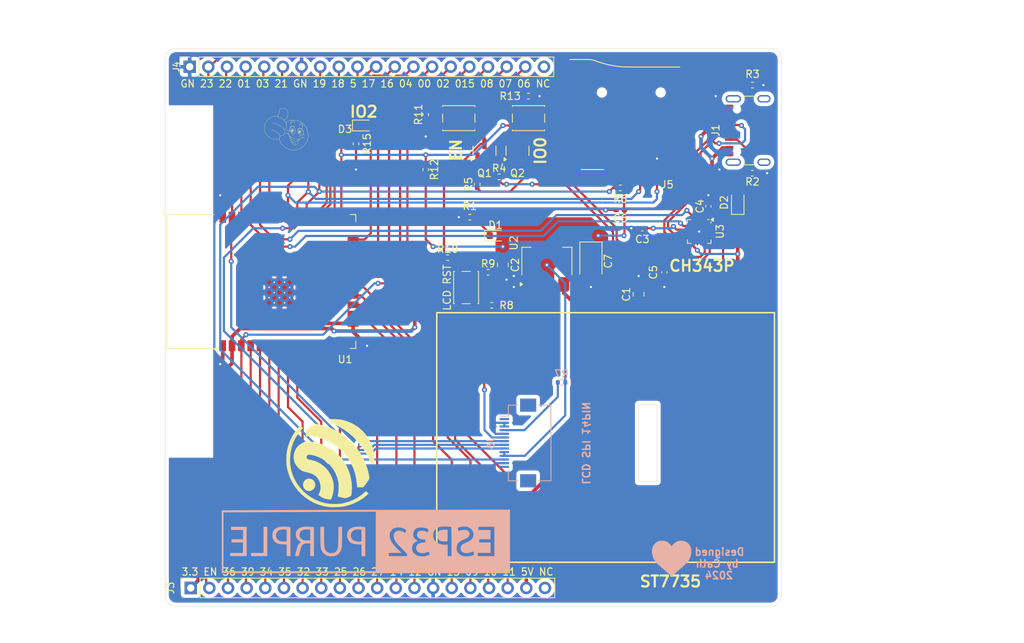
<source format=kicad_pcb>
(kicad_pcb (version 20240108) (generator "pcbnew") (generator_version "8.0")
  (layers (0 "F.Cu" signal) (31 "B.Cu" power) (34 "B.Paste" user) (35 "F.Paste" user) (36 "B.SilkS" user "B.Silkscreen") (37 "F.SilkS" user "F.Silkscreen") (38 "B.Mask" user) (39 "F.Mask" user) (44 "Edge.Cuts" user))
  (net 0 "")
  (net 1 "GND")
  (net 2 "+3.3V")
  (net 3 "Net-(U3-V3)")
  (net 4 "VBUS")
  (net 5 "/PWR_LED_K")
  (net 7 "USB_D+")
  (net 10 "USB_D-")
  (net 12 "Net-(J1-CC2)")
  (net 13 "Net-(J1-CC1)")
  (net 16 "/LED+")
  (net 17 "IO21")
  (net 18 "IO36")
  (net 19 "IO35")
  (net 20 "IO33")
  (net 21 "IO25")
  (net 22 "IO13")
  (net 23 "IO32")
  (net 24 "IO9")
  (net 25 "IO34")
  (net 26 "IO12")
  (net 27 "IO10")
  (net 28 "EN")
  (net 29 "IO11")
  (net 31 "IO39")
  (net 32 "IO14")
  (net 33 "IO27")
  (net 34 "IO15")
  (net 35 "IO16")
  (net 36 "IO8")
  (net 37 "IO4")
  (net 38 "IO17")
  (net 40 "IO0")
  (net 41 "IO2")
  (net 42 "IO7")
  (net 43 "IO18")
  (net 44 "IO6")
  (net 45 "IO23")
  (net 46 "IO3")
  (net 47 "IO19")
  (net 48 "IO1")
  (net 49 "Net-(Q1-B)")
  (net 50 "RTS")
  (net 51 "DTR")
  (net 52 "Net-(Q2-B)")
  (net 59 "5V_LINE")
  (net 63 "LCD_RST")
  (net 64 "DC")
  (net 65 "IO22")
  (net 66 "CS")
  (net 68 "Net-(R9-Pad1)")
  (net 69 "Net-(R11-Pad1)")
  (net 70 "Net-(R13-Pad1)")
  (net 72 "Net-(D3-K)")
  (footprint "Diode_SMD:D_SOD-323" (layer "F.Cu") (at 148 66.5 90)
    (property "Reference" "D2")
    (property "Value" "1N5819WS")
  )
  (footprint "Resistor_SMD:R_0402_1005Metric" (layer "F.Cu") (at 114.5 80.5 180)
    (property "Reference" "R8")
    (property "Value" "5.1k")
  )
  (footprint "Connector_USB:USB_C_Receptacle_GCT_USB4105-xx-A_16P_TopMnt_Horizontal" (layer "F.Cu") (at 150.5 56.68 90)
    (property "Reference" "J1")
    (property "Value" "USB_C_Receptacle_USB2.0_16P")
  )
  (footprint "Connector_PinSocket_2.54mm:PinSocket_1x20_P2.54mm_Vertical" (layer "F.Cu") (at 73.48 119 90)
    (property "Reference" "J3")
    (property "Value" "Conn_01x20_Socket")
  )
  (footprint "Button_Switch_SMD:SW_SPST_PTS810" (layer "F.Cu") (at 110 55 180)
    (property "Reference" "SW2" (hide yes))
    (property "Value" "SW_Push")
  )
  (footprint "Resistor_SMD:R_0402_1005Metric" (layer "F.Cu") (at 105.5 54.5 -90)
    (property "Reference" "R11" (hide yes))
    (property "Value" "470")
  )
  (footprint "Resistor_SMD:R_0402_1005Metric" (layer "F.Cu") (at 119.5 52)
    (property "Reference" "R13")
    (property "Value" "470")
  )
  (footprint "footprints:SUNTECH_ST-TF-003A" (layer "F.Cu") (at 133.82 56.67 180)
    (property "Reference" "J5")
    (property "Value" "Micro_SD_Card")
  )
  (footprint "Capacitor_SMD:C_0402_1005Metric" (layer "F.Cu") (at 144 67 90)
    (property "Reference" "C4")
    (property "Value" "1uF")
  )
  (footprint "Resistor_SMD:R_0402_1005Metric" (layer "F.Cu") (at 132 64.5)
    (property "Reference" "R6")
    (property "Value" "1K")
  )
  (footprint "Package_TO_SOT_SMD:SOT-23" (layer "F.Cu") (at 118 59.4375 90)
    (property "Reference" "Q2")
    (property "Value" "BC817")
  )
  (footprint "Resistor_SMD:R_0402_1005Metric" (layer "F.Cu") (at 108.49 74)
    (property "Reference" "R10")
    (property "Value" "10K")
  )
  (footprint "Capacitor_SMD:C_0402_1005Metric" (layer "F.Cu") (at 135 70 180)
    (property "Reference" "C3")
    (property "Value" "0.1uF")
  )
  (footprint "Resistor_SMD:R_0402_1005Metric" (layer "F.Cu") (at 114 76)
    (property "Reference" "R9")
    (property "Value" "470")
  )
  (footprint "Capacitor_SMD:C_0805_2012Metric" (layer "F.Cu") (at 134.5 79 90)
    (property "Reference" "C1")
    (property "Value" "22uF")
  )
  (footprint "Resistor_SMD:R_0402_1005Metric" (layer "F.Cu") (at 111.5 68.5 180)
    (property "Reference" "R1")
    (property "Value" "1.5k")
  )
  (footprint "LED_SMD:LED_0603_1608Metric" (layer "F.Cu") (at 97 56)
    (property "Reference" "D3")
    (property "Value" "LED")
  )
  (footprint "Resistor_SMD:R_0402_1005Metric" (layer "F.Cu") (at 105.5 62 -90)
    (property "Reference" "R12")
    (property "Value" "10K")
  )
  (footprint "LOGO" (layer "F.Cu") (at 86.5 56.5)
    (property "Reference" "G***" (hide yes))
    (property "Value" "LOGO" (hide yes))
  )
  (footprint "Resistor_SMD:R_0402_1005Metric" (layer "F.Cu") (at 150 62.5 180)
    (property "Reference" "R2")
    (property "Value" "5.1k")
  )
  (footprint "Button_Switch_SMD:SW_SPST_PTS810" (layer "F.Cu") (at 119.5 55 180)
    (property "Reference" "SW3" (hide yes))
    (property "Value" "SW_Push")
  )
  (footprint "RF_Module:ESP32-WROOM-32D" (layer "F.Cu") (at 86.09 77.25 90)
    (property "Reference" "U1")
    (property "Value" "ESP32-WROOM-32D")
  )
  (footprint "Resistor_SMD:R_0402_1005Metric" (layer "F.Cu") (at 96 58.5 -90)
    (property "Reference" "R15")
    (property "Value" "470")
  )
  (footprint "Resistor_SMD:R_0402_1005Metric" (layer "F.Cu") (at 150 50.5)
    (property "Reference" "R3")
    (property "Value" "5.1k")
  )
  (footprint "Package_TO_SOT_SMD:SOT-23" (layer "F.Cu") (at 113.5 59.4375 90)
    (property "Reference" "Q1")
    (property "Value" "BC817")
  )
  (footprint "Capacitor_SMD:C_0402_1005Metric_Pad0.74x0.62mm_HandSolder" (layer "F.Cu") (at 132 67.5 180)
    (property "Reference" "C6")
    (property "Value" "100nF")
  )
  (footprint "Resistor_SMD:R_0402_1005Metric" (layer "F.Cu") (at 112.5 64 90)
    (property "Reference" "R5")
    (property "Value" "10K")
  )
  (footprint "Capacitor_SMD:C_0805_2012Metric" (layer "F.Cu") (at 116 75 -90)
    (property "Reference" "C2")
    (property "Value" "22uF")
  )
  (footprint "Button_Switch_SMD:SW_SPST_PTS810" (layer "F.Cu") (at 111 78.075 90)
    (property "Reference" "LCD RST")
    (property "Value" "SW_Push")
  )
  (footprint "Resistor_SMD:R_0402_1005Metric" (layer "F.Cu") (at 115.5 63)
    (property "Reference" "R4")
    (property "Value" "10K")
  )
  (footprint "Capacitor_Tantalum_SMD:CP_EIA-3528-15_AVX-H_Pad1.50x2.35mm_HandSolder" (layer "F.Cu") (at 128 74.5 -90)
    (property "Reference" "C7")
    (property "Value" "100uF 6.3V")
  )
  (footprint "LED_SMD:LED_0603_1608Metric" (layer "F.Cu") (at 115 71)
    (property "Reference" "D1")
    (property "Value" "LED")
  )
  (footprint "Package_DFN_QFN:TQFN-16-1EP_3x3mm_P0.5mm_EP1.6x1.6mm" (layer "F.Cu") (at 142.75 70.4375 -90)
    (property "Reference" "U3")
    (property "Value" "CH343P")
  )
  (footprint "footprints:espressif" (layer "F.Cu") (at 92.5 102)
    (property "Reference" "G***" (hide yes))
    (property "Value" "LOGO" (hide yes))
  )
  (footprint "Capacitor_SMD:C_0402_1005Metric" (layer "F.Cu") (at 138 76 90)
    (property "Reference" "C5")
    (property "Value" "1uF")
  )
  (footprint "Connector_PinSocket_2.54mm:PinSocket_1x20_P2.54mm_Vertical" (layer "F.Cu") (at 73.34 48 90)
    (property "Reference" "J4")
    (property "Value" "Conn_01x20_Socket")
  )
  (footprint "Package_TO_SOT_SMD:SOT-223-3_TabPin2" (layer "F.Cu") (at 122 74.5 90)
    (property "Reference" "U2")
    (property "Value" "AMS1117-3.3")
  )
  (footprint "Resistor_SMD:R_0402_1005Metric" (layer "B.Cu") (at 124 91 180)
    (property "Reference" "R7")
    (property "Value" "7.5R")
  )
  (footprint "Connector_FFC-FPC:Hirose_FH12-14S-0.5SH_1x14-1MP_P0.50mm_Horizontal" (layer "B.Cu") (at 118.05 99.25 -90)
    (property "Reference" "J6")
    (property "Value" "5034801400")
  )
  (footprint "footprints:esp32_purple" (layer "B.Cu") (at 97.5 113 180)
    (property "Reference" "G***" (hide yes))
    (property "Value" "LOGO" (hide yes))
  )
  (footprint "LOGO" (layer "B.Cu") (at 139 115 180)
    (property "Reference" "G***" (hide yes))
    (property "Value" "LOGO" (hide yes))
  )
  (gr_line (start 107 81.5) (end 107 115.5) (stroke (width 0.2)) (layer "F.SilkS"))
  (gr_line (start 107 115.5) (end 153 115.5) (stroke (width 0.2)) (layer "F.SilkS"))
  (gr_line (start 153 81.5) (end 107 81.5) (stroke (width 0.2)) (layer "F.SilkS"))
  (gr_line (start 153 115.5) (end 153 81.5) (stroke (width 0.2)) (layer "F.SilkS"))
  (gr_arc (start 153.93934 120) (mid 153.5 121.06066) (end 152.43934 121.5) (stroke (width 0.05)) (layer "Edge.Cuts"))
  (gr_line (start 152.43934 121.5) (end 71.499999 121.5) (stroke (width 0.05)) (layer "Edge.Cuts"))
  (gr_arc (start 70 47) (mid 70.43934 45.93934) (end 71.5 45.5) (stroke (width 0.05)) (layer "Edge.Cuts"))
  (gr_line (start 134.5 104.5) (end 137 104.5) (stroke (width 0.05)) (layer "Edge.Cuts"))
  (gr_line (start 71.5 45.5) (end 152.43934 45.5) (stroke (width 0.05)) (layer "Edge.Cuts"))
  (gr_line (start 69.999999 120) (end 69.999999 47) (stroke (width 0.05)) (layer "Edge.Cuts"))
  (gr_line (start 134.5 94) (end 134.5 104.5) (stroke (width 0.05)) (layer "Edge.Cuts"))
  (gr_arc (start 152.43934 45.5) (mid 153.5 45.93934) (end 153.93934 47) (stroke (width 0.05)) (layer "Edge.Cuts"))
  (gr_line (start 153.93934 47) (end 153.93934 120) (stroke (width 0.05)) (layer "Edge.Cuts"))
  (gr_line (start 137 94) (end 134.5 94) (stroke (width 0.05)) (layer "Edge.Cuts"))
  (gr_line (start 137 104.5) (end 137 94) (stroke (width 0.05)) (layer "Edge.Cuts"))
  (gr_arc (start 71.499999 121.5) (mid 70.439339 121.06066) (end 69.999999 120) (stroke (width 0.05)) (layer "Edge.Cuts"))
  (gr_text "LCD SPI 14PIN\n\n\n" (at 123.5 105 270) (layer "B.SilkS") (effects (font (size 1 1) (thickness 0.2) (bold yes)) (justify left bottom mirror)))
  (gr_text "Designed \n by Cath\n  2024\n\n" (at 149 119.5 0) (layer "B.SilkS") (effects (font (size 1 1) (thickness 0.2) (bold yes)) (justify left bottom mirror)))
  (gr_text "IO2\n" (at 95 55 0) (layer "F.SilkS") (effects (font (size 1.5 1.5) (thickness 0.3) (bold yes)) (justify left bottom)))
  (gr_text "R11" (at 104.5 54.5 90) (layer "F.SilkS") (effects (font (size 1 1))))
  (gr_text "IO0\n" (at 122 61.5 90) (layer "F.SilkS") (effects (font (size 1.5 1.5) (thickness 0.3) (bold yes)) (justify left bottom)))
  (gr_text "ST7735" (at 134.5 119 0) (layer "F.SilkS") (effects (font (size 1.5 1.5) (thickness 0.3) (bold yes)) (justify left bottom)))
  (gr_text "EN" (at 110.5 61 90) (layer "F.SilkS") (effects (font (size 1.5 1.5) (thickness 0.3) (bold yes)) (justify left bottom)))
  (gr_text "CH343P" (at 138.5 76 0) (layer "F.SilkS") (effects (font (size 1.5 1.5) (thickness 0.3) (bold yes)) (justify left bottom)))
  (gr_text "3.3 EN 36 39 34 35 32 33 25 26 27 14 12 GN 13 09 10 11 5V NC\n\n" (at 72.15 119 0) (layer "F.SilkS") (effects (font (size 1 0.95)) (justify left bottom)))
  (gr_text "GN 23 22 01 03 21 GN 19 18 5 17 16 04 00 02 015 08 07 06 NC\n\n" (at 72 52.5 0) (layer "F.SilkS") (effects (font (size 1 0.95)) (justify left bottom)))
  (segment (start 150.51 62.5) (end 152 62.5) (width 0.3) (layer "F.Cu") (net 1))
  (segment (start 135.8 62.5) (end 135.8 61.2) (width 0.3) (layer "F.Cu") (net 1))
  (segment (start 105.5 55.01) (end 105.5 57.5) (width 0.3) (layer "F.Cu") (net 1))
  (segment (start 136.5 60.5) (end 137 60.5) (width 0.3) (layer "F.Cu") (net 1))
  (segment (start 110.99 68.5) (end 110 68.5) (width 0.3) (layer "F.Cu") (net 1))
  (segment (start 145 52.5) (end 145 52) (width 0.5) (layer "F.Cu") (net 1))
  (segment (start 131.4325 67.5) (end 130 67.5) (width 0.3) (layer "F.Cu") (net 1))
  (segment (start 77.84 65.84) (end 77.5 65.5) (width 0.5) (layer "F.Cu") (net 1))
  (segment (start 77.84 88.16) (end 77.5 88.5) (width 0.5) (layer "F.Cu") (net 1))
  (segment (start 77.84 68.5) (end 77.84 65.84) (width 0.5) (layer "F.Cu") (net 1))
  (segment (start 89.77 82.96) (end 86.96 80.15) (width 0.5) (layer "F.Cu") (net 1))
  (segment (start 77.84 86) (end 77.84 88.16) (width 0.5) (layer "F.Cu") (net 1))
  (segment (start 95.6 82.96) (end 89.77 82.96) (width 0.5) (layer "F.Cu") (net 1))
  (segment (start 146.82 59.88) (end 146.245001 59.88) (width 0.5) (layer "F.Cu") (net 1))
  (segment (start 143 69) (end 143 70.1875) (width 0.3) (layer "F.Cu") (net 1))
  (segment (start 143 70.1875) (end 142.75 70.4375) (width 0.3) (layer "F.Cu") (net 1))
  (segment (start 135.8 61.2) (end 136.5 60.5) (width 0.3) (layer "F.Cu") (net 1))
  (segment (start 144 66.52) (end 144 65.5) (width 0.3) (layer "F.Cu") (net 1))
  (segment (start 145.5 60.625001) (end 145.5 62) (width 0.5) (layer "F.Cu") (net 1))
  (segment (start 146.245001 59.88) (end 145.5 60.625001) (width 0.5) (layer "F.Cu") (net 1))
  (segment (start 96 59.01) (end 96 62) (width 0.3) (layer "F.Cu") (net 1))
  (segment (start 150.51 50.5) (end 151.5 50.5) (width 0.3) (layer "F.Cu") (net 1))
  (segment (start 146.82 53.48) (end 145.98 53.48) (width 0.5) (layer "F.Cu") (net 1))
  (segment (start 134.52 70) (end 133.5 70) (width 0.3) (layer "F.Cu") (net 1))
  (segment (start 128 76.125) (end 128 78) (width 0.5) (layer "F.Cu") (net 1))
  (segment (start 120.01 52) (end 121 52) (width 0.3) (layer "F.Cu") (net 1))
  (segment (start 95.6 84.1) (end 97.5 86) (width 0.5) (layer "F.Cu") (net 1))
  (segment (start 138 76.48) (end 138 78) (width 0.3) (layer "F.Cu") (net 1))
  (segment (start 95.6 82.96) (end 95.6 84.1) (width 0.5) (layer "F.Cu") (net 1))
  (segment (start 134.5 78.05) (end 134.5 76.5) (width 0.5) (layer "F.Cu") (net 1))
  (segment (start 114.51 76) (end 115.95 76) (width 0.3) (layer "F.Cu") (net 1))
  (segment (start 145.98 53.48) (end 145 52.5) (width 0.5) (layer "F.Cu") (net 1))
  (via (at 110 68.5) (size 0.7) (drill 0.3) (layers "F.Cu" "B.Cu") (net 1))
  (via (at 130 67.5) (size 0.7) (drill 0.3) (layers "F.Cu" "B.Cu") (net 1))
  (via (at 144 65.5) (size 0.7) (drill 0.3) (layers "F.Cu" "B.Cu") (net 1))
  (via (at 117.5 76.5) (size 0.7) (drill 0.3) (layers "F.Cu" "B.Cu") (net 1))
  (via (at 133.5 70) (size 0.7) (drill 0.3) (layers "F.Cu" "B.Cu") (net 1))
  (via (at 117.5 78) (size 0.7) (drill 0.3) (layers "F.Cu" "B.Cu") (net 1))
  (via (at 152 62.5) (size 0.7) (drill 0.3) (layers "F.Cu" "B.Cu") (net 1))
  (via (at 137 60.5) (size 0.7) (drill 0.3) (layers "F.Cu" "B.Cu") (net 1))
  (via (at 121 52) (size 0.7) (drill 0.3) (layers "F.Cu" "B.Cu") (net 1))
  (via (at 128 78) (size 0.7) (drill 0.3) (layers "F.Cu" "B.Cu") (net 1))
  (via (at 151.5 50.5) (size 0.7) (drill 0.3) (layers "F.Cu" "B.Cu") (net 1))
  (via (at 142.75 70.4375) (size 0.7) (drill 0.3) (layers "F.Cu" "B.Cu") (net 1))
  (via (at 105.5 57.5) (size 0.7) (drill 0.3) (layers "F.Cu" "B.Cu") (net 1))
  (via (at 96 62) (size 0.7) (drill 0.3) (layers "F.Cu" "B.Cu") (net 1))
  (via (at 97.5 86) (size 0.7) (drill 0.3) (layers "F.Cu" "B.Cu") (net 1))
  (via (at 134.5 76.5) (size 0.7) (drill 0.3) (layers "F.Cu" "B.Cu") (net 1))
  (via (at 145 52) (size 0.7) (drill 0.3) (layers "F.Cu" "B.Cu") (net 1))
  (via (at 77.5 88.5) (size 0.7) (drill 0.3) (layers "F.Cu" "B.Cu") (net 1))
  (via (at 77.5 65.5) (size 0.7) (drill 0.3) (layers "F.Cu" "B.Cu") (net 1))
  (via (at 116.5 77) (size 0.7) (drill 0.3) (layers "F.Cu" "B.Cu") (net 1))
  (via (at 145.5 62) (size 0.7) (drill 0.3) (layers "F.Cu" "B.Cu") (net 1))
  (via (at 138 78) (size 0.7) (drill 0.3) (layers "F.Cu" "B.Cu") (net 1))
  (segment (start 114.5 96.5) (end 116.5 96.5) (width 0.3) (layer "B.Cu") (net 1))
  (segment (start 115 98) (end 114.5 97.5) (width 0.3) (layer "B.Cu") (net 1))
  (segment (start 115 102) (end 114.5 102.5) (width 0.3) (layer "B.Cu") (net 1))
  (segment (start 116.5 102) (end 115 102) (width 0.3) (layer "B.Cu") (net 1))
  (segment (start 114.5 102.5) (end 114.5 103.5) (width 0.3) (layer "B.Cu") (net 1))
  (segment (start 114.5 97.5) (end 114.5 96.5) (width 0.3) (layer "B.Cu") (net 1))
  (segment (start 116.2 96.5) (end 116.2 97) (width 0.3) (layer "B.Cu") (net 1))
  (segment (start 116.5 98) (end 115 98) (width 0.3) (layer "B.Cu") (net 1))
  (segment (start 74.5 104.5) (end 74.5 117.98) (width 0.5) (layer "F.Cu") (net 2))
  (segment (start 132.51 67.4425) (end 132.5675 67.5) (width 0.3) (layer "F.Cu") (net 2))
  (segment (start 79.11 84.75) (end 80.2 83.66) (width 0.5) (layer "F.Cu") (net 2))
  (segment (start 109 75) (end 109 74) (width 0.5) (layer "F.Cu") (net 2))
  (segment (start 132.48 75.5) (end 129.855 72.875) (width 0.3) (layer "F.Cu") (net 2))
  (segment (start 78.5 100.5) (end 74.5 104.5) (width 0.5) (layer "F.Cu") (net 2))
  (segment (start 146 70.477404) (end 146 74.5) (width 0.3) (layer "F.Cu") (net 2))
  (segment (start 132.5675 67.5) (end 132.5675 70.9325) (width 0.3) (layer "F.Cu") (net 2))
  (segment (start 120.5 80.5) (end 122 79) (width 0.3) (layer "F.Cu") (net 2))
  (segment (start 79.11 86) (end 79.11 84.75) (width 0.5) (layer "F.Cu") (net 2))
  (segment (start 143.5 69) (end 144.522596 69) (width 0.3) (layer "F.Cu") (net 2))
  (segment (start 109 74) (end 109.05 74.05) (width 0.5) (layer "F.Cu") (net 2))
  (segment (start 80.2 83.66) (end 92.66 83.66) (width 0.5) (layer "F.Cu") (net 2))
  (segment (start 132.5675 70.9325) (end 132.5 71) (width 0.3) (layer "F.Cu") (net 2))
  (segment (start 144.522596 69) (end 146 70.477404) (width 0.3) (layer "F.Cu") (net 2))
  (segment (start 78.5 89) (end 78.5 100.5) (width 0.5) (layer "F.Cu") (net 2))
  (segment (start 79.11 86) (end 79.11 88.39) (width 0.5) (layer "F.Cu") (net 2))
  (segment (start 105.5 71.5) (end 106.5 72.5) (width 0.3) (layer "F.Cu") (net 2))
  (segment (start 132.51 64.5) (end 132.51 67.4425) (width 0.3) (layer "F.Cu") (net 2))
  (segment (start 104 80) (end 109 75) (width 0.5) (layer "F.Cu") (net 2))
  (segment (start 133.6 63.41) (end 133.6 62.5) (width 0.3) (layer "F.Cu") (net 2))
  (segment (start 104 83.5) (end 104 80) (width 0.5) (layer "F.Cu") (net 2))
  (segment (start 74.5 117.98) (end 73.48 119) (width 0.5) (layer "F.Cu") (net 2))
  (segment (start 105.5 62.51) (end 105.5 71.5) (width 0.3) (layer "F.Cu") (net 2))
  (segment (start 145 75.5) (end 132.48 75.5) (width 0.3) (layer "F.Cu") (net 2))
  (segment (start 109.05 74.05) (end 116 74.05) (width 0.5) (layer "F.Cu") (net 2))
  (segment (start 122 79) (end 122 77.65) (width 0.3) (layer "F.Cu") (net 2))
  (segment (start 146 74.5) (end 145 75.5) (width 0.3) (layer "F.Cu") (net 2))
  (segment (start 115.01 80.5) (end 120.5 80.5) (width 0.3) (layer "F.Cu") (net 2))
  (segment (start 129.855 72.875) (end 128 72.875) (width 0.3) (layer "F.Cu") (net 2))
  (segment (start 79.11 88.39) (end 78.5 89) (width 0.5) (layer "F.Cu") (net 2))
  (segment (start 132.51 64.5) (end 133.6 63.41) (width 0.3) (layer "F.Cu") (net 2))
  (segment (start 92.66 83.66) (end 93 84) (width 0.5) (layer "F.Cu") (net 2))
  (via (at 132.5 71) (size 0.7) (drill 0.3) (layers "F.Cu" "B.Cu") (net 2))
  (via (at 116 72.5) (size 0.7) (drill 0.3) (layers "F.Cu" "B.Cu") (net 2))
  (via (at 104 83.5) (size 0.7) (drill 0.3) (layers "F.Cu" "B.Cu") (net 2))
  (via (at 122 75) (size 0.7) (drill 0.3) (layers "F.Cu" "B.Cu") (net 2))
  (via (at 106.5 72.5) (size 0.7) (drill 0.3) (layers "F.Cu" "B.Cu") (net 2))
  (via (at 93 84) (size 0.7) (drill 0.3) (layers "F.Cu" "B.Cu") (net 2))
  (via (at 129 71) (size 0.7) (drill 0.3) (layers "F.Cu" "B.Cu") (net 2))
  (segment (start 119 101) (end 124.5 95.5) (width 0.3) (layer "B.Cu") (net 2))
  (segment (start 93 84) (end 103.5 84) (width 0.5) (layer "B.Cu") (net 2))
  (segment (start 116.2 101) (end 119 101) (width 0.3) (layer "B.Cu") (net 2))
  (segment (start 124.5 95.5) (end 124.5 77.5) (width 0.3) (layer "B.Cu") (net 2))
  (segment (start 103.5 84) (end 104 83.5) (width 0.5) (layer "B.Cu") (net 2))
  (segment (start 106.5 72.5) (end 116 72.5) (width 0.3) (layer "B.Cu") (net 2))
  (segment (start 116.2 100.5) (end 116.2 101) (width 0.3) (layer "B.Cu") (net 2))
  (segment (start 129 71) (end 132.5 71) (width 0.3) (layer "B.Cu") (net 2))
  (segment (start 124.5 77.5) (end 122 75) (width 0.3) (layer "B.Cu") (net 2))
  (segment (start 141.3125 70.1875) (end 139.675673 70.1875) (width 0.3) (layer "F.Cu") (net 3))
  (segment (start 139.675673 70.1875) (end 139.238173 69.75) (width 0.3) (layer "F.Cu") (net 3))
  (segment (start 135.48 70) (end 136.5 70) (width 0.3) (layer "F.Cu") (net 3))
  (via (at 139.238173 69.75) (size 0.7) (drill 0.3) (layers "F.Cu" "B.Cu") (net 3))
  (via (at 136.5 70) (size 0.7) (drill 0.3) (layers "F.Cu" "B.Cu") (net 3))
  (segment (start 139.238173 69.75) (end 138.988173 70) (width 0.3) (layer "B.Cu") (net 3))
  (segment (start 138.988173 70) (end 136.5 70) (width 0.3) (layer "B.Cu") (net 3))
  (segment (start 143 57.430458) (end 146.150458 54.28) (width 0.5) (layer "F.Cu") (net 4))
  (segment (start 143 57.5) (end 143 57.430458) (width 0.5) (layer "F.Cu") (net 4))
  (segment (start 145.92 59.08) (end 146.82 59.08) (width 0.5) (layer "F.Cu") (net 4))
  (segment (start 144.5 60.5) (end 145.92 59.08) (width 0.5) (layer "F.Cu") (net 4))
  (segment (start 145.95 65.45) (end 144.5 64) (width 0.5) (layer "F.Cu") (net 4))
  (segment (start 146.150458 54.28) (end 146.82 54.28) (width 0.5) (layer "F.Cu") (net 4))
  (segment (start 144.5 64) (end 144.5 60.5) (width 0.5) (layer "F.Cu") (net 4))
  (segment (start 148 65.45) (end 145.95 65.45) (width 0.5) (layer "F.Cu") (net 4))
  (via (at 144.5 60.5) (size 0.7) (drill 0.3) (layers "F.Cu" "B.Cu") (net 4))
  (via (at 143 57.5) (size 0.7) (drill 0.3) (layers "F.Cu" "B.Cu") (net 4))
  (segment (start 143 59) (end 143 57.5) (width 0.5) (layer "B.Cu") (net 4))
  (segment (start 144.5 60.5) (end 143 59) (width 0.5) (layer "B.Cu") (net 4))
  (segment (start 114.2125 70.7025) (end 114.2125 71) (width 0.3) (layer "F.Cu") (net 5))
  (segment (start 112.01 68.5) (end 114.2125 70.7025) (width 0.3) (layer "F.Cu") (net 5))
  (segment (start 142.92929 59.707106) (end 142.92929 64.707106) (width 0.3) (layer "F.Cu") (net 7))
  (segment (start 145.706396 56.93) (end 144.568198 58.068198) (width 0.3) (layer "F.Cu") (net 7))
  (segment (start 148.5 56) (end 148.43 55.93) (width 0.3) (layer "F.Cu") (net 7))
  (segment (start 138.5 70.001777) (end 139.185723 70.6875) (width 0.3) (layer "F.Cu") (net 7))
  (segment (start 144.568198 58.068198) (end 142.92929 59.707106) (width 0.3) (layer "F.Cu") (net 7))
  (segment (start 139.185723 70.6875) (end 141.3125 70.6875) (width 0.3) (layer "F.Cu") (net 7))
  (segment (start 138.5 69.136396) (end 138.5 70.001777) (width 0.3) (layer "F.Cu") (net 7))
  (segment (start 145.706396 56.93) (end 146.82 56.93) (width 0.3) (layer "F.Cu") (net 7))
  (segment (start 145.450792 58.432046) (end 144.932046 58.432046) (width 0.3) (layer "F.Cu") (net 7))
  (segment (start 148.43 55.93) (end 146.82 55.93) (width 0.3) (layer "F.Cu") (net 7))
  (segment (start 142.92929 64.707106) (end 138.5 69.136396) (width 0.3) (layer "F.Cu") (net 7))
  (segment (start 144.932046 58.432046) (end 144.568198 58.068198) (width 0.3) (layer "F.Cu") (net 7))
  (via (at 145.450792 58.432046) (size 0.7) (drill 0.3) (layers "F.Cu" "B.Cu") (net 7))
  (via (at 148.5 56) (size 0.7) (drill 0.3) (layers "F.Cu" "B.Cu") (net 7))
  (segment (start 149 56.5) (end 148.5 56) (width 0.3) (layer "B.Cu") (net 7))
  (segment (start 149 58) (end 149 56.5) (width 0.3) (layer "B.Cu") (net 7))
  (segment (start 148.567954 58.432046) (end 149 58) (width 0.3) (layer "B.Cu") (net 7))
  (segment (start 145.450792 58.432046) (end 148.567954 58.432046) (width 0.3) (layer "B.Cu") (net 7))
  (segment (start 142.42929 59.5) (end 145.49929 56.43) (width 0.3) (layer "F.Cu") (net 10))
  (segment (start 141.3125 71.1875) (end 138.6875 71.1875) (width 0.3) (layer "F.Cu") (net 10))
  (segment (start 147.49812 56.43) (end 146.82 56.43) (width 0.3) (layer "F.Cu") (net 10))
  (segment (start 147.49812 57.43) (end 147.745 57.18312) (width 0.3) (layer "F.Cu") (net 10))
  (segment (start 138 70.5) (end 138 68.92929) (width 0.3) (layer "F.Cu") (net 10))
  (segment (start 142.42929 64.5) (end 142.42929 59.5) (width 0.3) (layer "F.Cu") (net 10))
  (segment (start 147.745 56.67688) (end 147.49812 56.43) (width 0.3) (layer "F.Cu") (net 10))
  (segment (start 147.745 57.18312) (end 147.745 56.67688) (width 0.3) (layer "F.Cu") (net 10))
  (segment (start 146.82 57.43) (end 147.49812 57.43) (width 0.3) (layer "F.Cu") (net 10))
  (segment (start 145.49929 56.43) (end 146.82 56.43) (width 0.3) (layer "F.Cu") (net 10))
  (segment (start 138 68.92929) (end 142.42929 64.5) (width 0.3) (layer "F.Cu") (net 10))
  (segment (start 138.6875 71.1875) (end 138 70.5) (width 0.3) (layer "F.Cu") (net 10))
  (segment (start 146.82 54.93) (end 148.07 54.93) (width 0.3) (layer "F.Cu") (net 12))
  (segment (start 149.49 53.51) (end 149.49 50.5) (width 0.3) (layer "F.Cu") (net 12))
  (segment (start 148.07 54.93) (end 149.49 53.51) (width 0.3) (layer "F.Cu") (net 12))
  (segment (start 147.93 57.93) (end 149.49 59.49) (width 0.3) (layer "F.Cu") (net 13))
  (segment (start 149.49 59.49) (end 149.49 62.5) (width 0.3) (layer "F.Cu") (net 13))
  (segment (start 146.82 57.93) (end 147.93 57.93) (width 0.3) (layer "F.Cu") (net 13))
  (segment (start 118.960008 97.5) (end 123.49 92.970009) (width 0.3) (layer "B.Cu") (net 16))
  (segment (start 123.49 91) (end 123.49 92.970009) (width 0.3) (layer "B.Cu") (net 16))
  (segment (start 116.5 97.5) (end 118.960008 97.5) (width 0.3) (layer "B.Cu") (net 16))
  (segment (start 84.19 61.65) (end 85.92 59.92) (width 0.3) (layer "F.Cu") (net 17))
  (segment (start 85.92 48.12) (end 86.04 48) (width 0.3) (layer "F.Cu") (net 17))
  (segment (start 84.19 68.5) (end 84.19 61.65) (width 0.3) (layer "F.Cu") (net 17))
  (segment (start 85.92 59.92) (end 85.92 48.12) (width 0.3) (layer "F.Cu") (net 17))
  (segment (start 81.65 101.69) (end 78.56 104.78) (width 0.3) (layer "F.Cu") (net 18))
  (segment (start 78.56 104.78) (end 78.56 119) (width 0.3) (layer "F.Cu") (net 18))
  (segment (start 81.65 86) (end 81.65 101.69) (width 0.3) (layer "F.Cu") (net 18))
  (segment (start 85.46 95.96) (end 86.18 96.68) (width 0.3) (layer "F.Cu") (net 19))
  (segment (start 85.46 86) (end 85.46 95.96) (width 0.3) (layer "F.Cu") (net 19))
  (segment (start 86.18 96.68) (end 86.18 119) (width 0.3) (layer "F.Cu") (net 19))
  (segment (start 88 93.08) (end 91.26 96.34) (width 0.3) (layer "F.Cu") (net 20))
  (segment (start 88 86) (end 88 93.08) (width 0.3) (layer "F.Cu") (net 20))
  (segment (start 91.26 96.34) (end 91.26 119) (width 0.3) (layer "F.Cu") (net 20))
  (segment (start 89.27 91.81) (end 93.8 96.34) (width 0.3) (layer "F.Cu") (net 21))
  (segment (start 89.27 86) (end 89.27 91.81) (width 0.3) (layer "F.Cu") (net 21))
  (segment (start 93.8 96.34) (end 93.8 119) (width 0.3) (layer "F.Cu") (net 21))
  (segment (start 95.6 81.69) (end 96.65 81.69) (width 0.3) (layer "F.Cu") (net 22))
  (segment (start 106.5 91.54) (end 106.5 99) (width 0.3) (layer "F.Cu") (net 22))
  (segment (start 96.65 81.69) (end 106.5 91.54) (width 0.3) (layer "F.Cu") (net 22))
  (segment (start 106.5 99) (end 109.04 101.54) (width 0.3) (layer "F.Cu") (net 22))
  (segment (start 109.04 101.54) (end 109.04 119) (width 0.3) (layer "F.Cu") (net 22))
  (segment (start 88.72 96.34) (end 88.72 119) (width 0.3) (layer "F.Cu") (net 23))
  (segment (start 86.73 86) (end 86.73 94.35) (width 0.3) (layer "F.Cu") (net 23))
  (segment (start 86.73 94.35) (end 88.72 96.34) (width 0.3) (layer "F.Cu") (net 23))
  (segment (start 95.6 80.42) (end 96.92 80.42) (width 0.3) (layer "F.Cu") (net 24))
  (segment (start 108.5 92) (end 108.5 98.5) (width 0.3) (layer "F.Cu") (net 24))
  (segment (start 108.5 98.5) (end 111.58 101.58) (width 0.3) (layer "F.Cu") (net 24))
  (segment (start 111.58 101.58) (end 111.58 119) (width 0.3) (layer "F.Cu") (net 24))
  (segment (start 96.92 80.42) (end 108.5 92) (width 0.3) (layer "F.Cu") (net 24))
  (segment (start 84.19 86) (end 84.19 104.81) (width 0.3) (layer "F.Cu") (net 25))
  (segment (start 83.64 105.36) (end 83.64 119) (width 0.3) (layer "F.Cu") (net 25))
  (segment (start 84.19 104.81) (end 83.64 105.36) (width 0.3) (layer "F.Cu") (net 25))
  (segment (start 103.96 95.46) (end 103.96 119) (width 0.3) (layer "F.Cu") (net 26))
  (segment (start 94.5 86) (end 103.96 95.46) (width 0.3) (layer "F.Cu") (net 26))
  (segment (start 94.35 86) (end 94.5 86) (width 0.3) (layer "F.Cu") (net 26))
  (segment (start 95.6 79.15) (end 96.65 79.15) (width 0.3) (layer "F.Cu") (net 27))
  (segment (start 109.5 98.792894) (end 114 103.292894) (width 0.3) (layer "F.Cu") (net 27))
  (segment (start 114 118.88) (end 114.12 119) (width 0.3) (layer "F.Cu") (net 27))
  (segment (start 96.65 79.15) (end 109.5 92) (width 0.3) (layer "F.Cu") (net 27))
  (segment (start 114 103.292894) (end 114 118.88) (width 0.3) (layer "F.Cu") (net 27))
  (segment (start 109.5 92) (end 109.5 98.792894) (width 0.3) (layer "F.Cu") (net 27))
  (segment (start 99 77.5) (end 105.5 77.5) (width 0.3) (layer "F.Cu") (net 28))
  (segment (start 75.575 105.225) (end 75.575 118.555) (width 0.3) (layer "F.Cu") (net 28))
  (segment (start 80.38 86) (end 80.38 85.12) (width 0.3) (layer "F.Cu") (net 28))
  (segment (start 107.925 56.075) (end 112.075 56.075) (width 0.3) (layer "F.Cu") (net 28))
  (segment (start 107.98 63.496238) (end 112.976238 58.5) (width 0.3) (layer "F.Cu") (net 28))
  (segment (start 113.5 58.5) (end 113.5 57.5) (width 0.3) (layer "F.Cu") (net 28))
  (segment (start 105.5 77.5) (end 107.98 75.02) (width 0.3) (layer "F.Cu") (net 28))
  (segment (start 80.38 86) (end 80.38 100.42) (width 0.3) (layer "F.Cu") (net 28))
  (segment (start 75.575 118.555) (end 76.02 119) (width 0.3) (layer "F.Cu") (net 28))
  (segment (start 112.976238 58.5) (end 113.5 58.5) (width 0.3) (layer "F.Cu") (net 28))
  (segment (start 113.5 57.5) (end 112.075 56.075) (width 0.3) (layer "F.Cu") (net 28))
  (segment (start 80.38 100.42) (end 75.575 105.225) (width 0.3) (layer "F.Cu") (net 28))
  (segment (start 80.38 85.12) (end 81 84.5) (width 0.3) (layer "F.Cu") (net 28))
  (segment (start 107.98 75.02) (end 107.98 63.496238) (width 0.3) (layer "F.Cu") (net 28))
  (via (at 99 77.5) (size 0.7) (drill 0.3) (layers "F.Cu" "B.Cu") (net 28))
  (via (at 81 84.5) (size 0.7) (drill 0.3) (layers "F.Cu" "B.Cu") (net 28))
  (segment (start 81 84.5) (end 91.51005 84.5) (width 0.3) (layer "B.Cu") (net 28))
  (segment (start 91.51005 84.5) (end 98.51005 77.5) (width 0.3) (layer "B.Cu") (net 28))
  (segment (start 98.51005 77.5) (end 99 77.5) (width 0.3) (layer "B.Cu") (net 28))
  (segment (start 110.5 92) (end 110.5 97.5) (width 0.3) (layer "F.Cu") (net 29))
  (segment (start 100.5 82) (end 110.5 92) (width 0.3) (layer "F.Cu") (net 29))
  (segment (start 96.88 77.88) (end 100.5 81.5) (width 0.3) (layer "F.Cu") (net 29))
  (segment (start 110.5 97.5) (end 116.66 103.66) (width 0.3) (layer "F.Cu") (net 29))
  (segment (start 95.6 77.88) (end 96.88 77.88) (width 0.3) (layer "F.Cu") (net 29))
  (segment (start 116.66 103.66) (end 116.66 119) (width 0.3) (layer "F.Cu") (net 29))
  (segment (start 100.5 81.5) (end 100.5 82) (width 0.3) (layer "F.Cu") (net 29))
  (segment (start 81 118.9) (end 81.1 119) (width 0.3) (layer "F.Cu") (net 31))
  (segment (start 81 103.047106) (end 81 118.9) (width 0.3) (layer "F.Cu") (net 31))
  (segment (start 82.92 86) (end 82.92 101.127106) (width 0.3) (layer "F.Cu") (net 31))
  (segment (start 82.92 101.127106) (end 81 103.047106) (width 0.3) (layer "F.Cu") (net 31))
  (segment (start 101.5 118.92) (end 101.42 119) (width 0.3) (layer "F.Cu") (net 32))
  (segment (start 93.08 86.63) (end 101.5 95.05) (width 0.3) (layer "F.Cu") (net 32))
  (segment (start 101.5 95.05) (end 101.5 118.92) (width 0.3) (layer "F.Cu") (net 32))
  (segment (start 93.08 86) (end 93.08 86.63) (width 0.3) (layer "F.Cu") (net 32))
  (segment (start 98.88 93.7) (end 98.88 119) (width 0.3) (layer "F.Cu") (net 33))
  (segment (start 91.81 86.63) (end 98.88 93.7) (width 0.3) (layer "F.Cu") (net 33))
  (segment (start 91.81 86) (end 91.81 86.63) (width 0.3) (layer "F.Cu") (net 33))
  (segment (start 99 72.24) (end 99 55) (width 0.3) (layer "F.Cu") (net 34))
  (segment (start 108.72 50.72) (end 111.44 48) (width 0.3) (layer "F.Cu") (net 34))
  (segment (start 98.44 72.8) (end 99 72.24) (width 0.3) (layer "F.Cu") (net 34))
  (segment (start 95.6 72.8) (end 98.44 72.8) (width 0.3) (layer "F.Cu") (net 34))
  (segment (start 103.28 50.72) (end 108.72 50.72) (width 0.3) (layer "F.Cu") (net 34))
  (segment (start 99 55) (end 103.28 50.72) (width 0.3) (layer "F.Cu") (net 34))
  (segment (start 92.5 66.747106) (end 91.81 67.437106) (width 0.3) (layer "F.Cu") (net 35))
  (segment (start 100.08 49.2) (end 98.3 49.2) (width 0.3) (layer "F.Cu") (net 35))
  (segment (start 92.5 55) (end 92.5 66.747106) (width 0.3) (layer "F.Cu") (net 35))
  (segment (start 91.81 67.437106) (end 91.81 68.5) (width 0.3) (layer "F.Cu") (net 35))
  (segment (start 98.3 49.2) (end 92.5 55) (width 0.3) (layer "F.Cu") (net 35))
  (segment (start 101.28 48) (end 100.08 49.2) (width 0.3) (layer "F.Cu") (net 35))
  (segment (start 103.78 51.22) (end 110.76 51.22) (width 0.3) (layer "F.Cu") (net 36))
  (segment (start 100.5 54.5) (end 103.78 51.22) (width 0.3) (layer "F.Cu") (net 36))
  (segment (start 100.5 73.28) (end 100.5 54.5) (width 0.3) (layer "F.Cu") (net 36))
  (segment (start 110.76 51.22) (end 113.98 48) (width 0.3) (layer "F.Cu") (net 36))
  (segment (start 95.6 74.07) (end 99.71 74.07) (width 0.3) (layer "F.Cu") (net 36))
  (segment (start 99.71 74.07) (end 100.5 73.28) (width 0.3) (layer "F.Cu") (net 36))
  (segment (start 98.507106 49.7) (end 93.08 55.127106) (width 0.3) (layer "F.Cu") (net 37))
  (segment (start 101.007106 49.7) (end 98.507106 49.7) (width 0.3) (layer "F.Cu") (net 37))
  (segment (start 93.08 55.127106) (end 93.08 68.5) (width 0.3) (layer "F.Cu") (net 37))
  (segment (start 101.487106 49.22) (end 101.007106 49.7) (width 0.3) (layer "F.Cu") (net 37))
  (segment (start 103.82 48) (end 102.6 49.22) (width 0.3) (layer "F.Cu") (net 37))
  (segment (start 102.6 49.22) (end 101.487106 49.22) (width 0.3) (layer "F.Cu") (net 37))
  (segment (start 92 66.54) (end 92 54.5) (width 0.3) (layer "F.Cu") (net 38))
  (segment (start 98.5 48) (end 98.74 48) (width 0.3) (layer "F.Cu") (net 38))
  (segment (start 90.54 68) (end 92 66.54) (width 0.3) (layer "F.Cu") (net 38))
  (segment (start 92 54.5) (end 98.5 48) (width 0.3) (layer "F.Cu") (net 38))
  (segment (start 90.54 68.5) (end 90.54 68) (width 0.3) (layer "F.Cu") (net 38))
  (segment (start 94 55) (end 98.8 50.2) (width 0.3) (layer "F.Cu") (net 40))
  (segment (start 104.64 49.72) (end 106.36 48) (width 0.3) (layer "F.Cu") (net 40))
  (segment (start 98.8 50.2) (end 101.214212 50.2) (width 0.3) (layer "F.Cu") (net 40))
  (segment (start 121.575 56.075) (end 117.425 56.075) (width 0.3) (layer "F.Cu") (net 40))
  (segment (start 94 68.15) (end 94 55) (width 0.3) (layer "F.Cu") (net 40))
  (segment (start 105.5 60) (end 105.5 61.49) (width 0.3) (layer "F.Cu") (net 40))
  (segment (start 117.35 56) (end 118 56.65) (width 0.3) (layer "F.Cu") (net 40))
  (segment (start 101.214212 50.2) (end 101.694212 49.72) (width 0.3) (layer "F.Cu") (net 40))
  (segment (start 101.694212 49.72) (end 104.64 49.72) (width 0.3) (layer "F.Cu") (net 40))
  (segment (start 116 56) (end 117.35 56) (width 0.3) (layer "F.Cu") (net 40))
  (segment (start 94.35 68.5) (end 94 68.15) (width 0.3) (layer "F.Cu") (net 40))
  (segment (start 118 56.65) (end 118 58.5) (width 0.3) (layer "F.Cu") (net 40))
  (via (at 105.5 60) (size 0.7) (drill 0.3) (layers "F.Cu" "B.Cu") (net 40))
  (via (at 116 56) (size 0.7) (drill 0.3) (layers "F.Cu" "B.Cu") (net 40))
  (via (at 94 60) (size 0.7) (drill 0.3) (layers "F.Cu" "B.Cu") (net 40))
  (segment (start 105.5 60) (end 112 60) (width 0.3) (layer "B.Cu") (net 40))
  (segment (start 112 60) (end 116 56) (width 0.3) (layer "B.Cu") (net 40))
  (segment (start 94 60) (end 105.5 60) (width 0.3) (layer "B.Cu") (net 40))
  (segment (start 106.68 50.22) (end 108.9 48) (width 0.3) (layer "F.Cu") (net 41))
  (segment (start 98 55) (end 102.78 50.22) (width 0.3) (layer "F.Cu") (net 41))
  (segment (start 97.17 71.53) (end 98 70.7) (width 0.3) (layer "F.Cu") (net 41))
  (segment (start 102.78 50.22) (end 106.68 50.22) (width 0.3) (layer "F.Cu") (net 41))
  (segment (start 95.6 71.53) (end 97.17 71.53) (width 0.3) (layer "F.Cu") (net 41))
  (segment (start 98 70.7) (end 98 55) (width 0.3) (layer "F.Cu") (net 41))
  (segment (start 102 54.5) (end 102 74.32) (width 0.3) (layer "F.Cu") (net 42))
  (segment (start 100.98 75.34) (end 95.6 75.34) (width 0.3) (layer "F.Cu") (net 42))
  (segment (start 102 74.32) (end 100.98 75.34) (width 0.3) (layer "F.Cu") (net 42))
  (segment (start 116.52 48) (end 112.8 51.72) (width 0.3) (layer "F.Cu") (net 42))
  (segment (start 104.78 51.72) (end 102 54.5) (width 0.3) (layer "F.Cu") (net 42))
  (segment (start 112.8 51.72) (end 104.78 51.72) (width 0.3) (layer "F.Cu") (net 42))
  (segment (start 89.5 65) (end 89.5 65.05) (width 0.3) (layer "F.Cu") (net 43))
  (segment (start 88 66.5) (end 88 68.5) (width 0.3) (layer "F.Cu") (net 43))
  (segment (start 86 70) (end 87.55 70) (width 0.3) (layer "F.Cu") (net 43))
  (segment (start 87.55 70) (end 88 69.55) (width 0.3) (layer "F.Cu") (net 43))
  (segment (start 134.7 62.5) (end 134.7 64.8) (width 0.3) (layer "F.Cu") (net 43))
  (segment (start 89.5 65) (end 89.5 54) (width 0.3) (layer "F.Cu") (net 43))
  (segment (start 89.5 65) (end 88 66.5) (width 0.3) (layer "F.Cu") (net 43))
  (segment (start 89.5 54) (end 93.66 49.84) (width 0.3) (layer "F.Cu") (net 43))
  (segment (start 88 69.55) (end 88 68.5) (width 0.3) (layer "F.Cu") (net 43))
  (segment (start 93.66 49.84) (end 93.66 48) (width 0.3) (layer "F.Cu") (net 43))
  (segment (start 134.7 64.8) (end 134.5 65) (width 0.3) (layer "F.Cu") (net 43))
  (via (at 86 70) (size 0.7) (drill 0.3) (layers "F.Cu" "B.Cu") (net 43))
  (via (at 89.5 65.05) (size 0.7) (drill 0.3) (layers "F.Cu" "B.Cu") (net 43))
  (via (at 134.5 65) (size 0.7) (drill 0.3) (layers "F.Cu" "B.Cu") (net 43))
  (segment (start 78 74) (end 82 70) (width 0.3) (layer "B.Cu") (net 43))
  (segment (start 82 70) (end 86 70) (width 0.3) (layer "B.Cu") (net 43))
  (segment (start 134.5 65) (end 133.5 66) (width 0.3) (layer "B.Cu") (net 43))
  (segment (start 94.7 100.7) (end 78 84) (width 0.3) (layer "B.Cu") (net 43))
  (segment (start 78 84) (end 78 74) (width 0.3) (layer "B.Cu") (net 43))
  (segment (start 94.7 100.7) (end 98.007106 100.7) (width 0.3) (layer "B.Cu") (net 43))
  (segment (start 90.5 66) (end 89.5 65) (width 0.3) (layer "B.Cu") (net 43))
  (segment (start 98.007106 100.7) (end 98.707106 100) (width 0.3) (layer "B.Cu") (net 43))
  (segment (start 133.5 66) (end 90.5 66) (width 0.3) (layer "B.Cu") (net 43))
  (segment (start 98.707106 100) (end 116.5 100) (width 0.3) (layer "B.Cu") (net 43))
  (segment (start 103 54.5) (end 105.28 52.22) (width 0.3) (layer "F.Cu") (net 44))
  (segment (start 103 75.86) (end 103 54.5) (width 0.3) (layer "F.Cu") (net 44))
  (segment (start 102.25 76.61) (end 103 75.86) (width 0.3) (layer "F.Cu") (net 44))
  (segment (start 114.84 52.22) (end 119.06 48) (width 0.3) (layer "F.Cu") (net 44))
  (segment (start 105.28 52.22) (end 114.84 52.22) (width 0.3) (layer "F.Cu") (net 44))
  (segment (start 95.6 76.61) (end 102.25 76.61) (width 0.3) (layer "F.Cu") (net 44))
  (segment (start 132.5 60.5) (end 131.92 59.92) (width 0.3) (layer "F.Cu") (net 45))
  (segment (start 123.52 47.02) (end 123 46.5) (width 0.3) (layer "F.Cu") (net 45))
  (segment (start 123.52 57.42) (end 123.52 47.02) (width 0.3) (layer "F.Cu") (net 45))
  (segment (start 131.92 59.92) (end 126.02 59.92) (width 0.3) (layer "F.Cu") (net 45))
  (segment (start 77 50.5) (end 77 62.5) (width 0.3) (layer "F.Cu") (net 45))
  (segment (start 132.5 62.5) (end 132.5 60.5) (width 0.3) (layer "F.Cu") (net 45))
  (segment (start 79.11 64.61) (end 79.11 68.5) (width 0.3) (layer "F.Cu") (net 45))
  (segment (start 79 74.5) (end 79 68.61) (width 0.3) (layer "F.Cu") (net 45))
  (segment (start 79 68.61) (end 79.11 68.5) (width 0.3) (layer "F.Cu") (net 45))
  (segment (start 126.02 59.92) (end 123.52 57.42) (width 0.3) (layer "F.Cu") (net 45))
  (segment (start 77 62.5) (end 79.11 64.61) (width 0.3) (layer "F.Cu") (net 45))
  (segment (start 77.565686 46.5) (end 76.065686 48) (width 0.3) (layer "F.Cu") (net 45))
  (segment (start 75.88 49.38) (end 77 50.5) (width 0.3) (layer "F.Cu") (net 45))
  (segment (start 75.88 48) (end 75.88 49.38) (width 0.3) (layer "F.Cu") (net 45))
  (segment (start 123 46.5) (end 77.565686 46.5) (width 0.3) (layer "F.Cu") (net 45))
  (via (at 79 74.5) (size 0.7) (drill 0.3) (layers "F.Cu" "B.Cu") (net 45))
  (segment (start 79 74.5) (end 79 83.48995) (width 0.3) (layer "B.Cu") (net 45))
  (segment (start 79 83.48995) (end 95.71005 100.2) (width 0.3) (layer "B.Cu") (net 45))
  (segment (start 98.5 99.5) (end 116.5 99.5) (width 0.3) (layer "B.Cu") (net 45))
  (segment (start 97.8 100.2) (end 98.5 99.5) (width 0.3) (layer "B.Cu") (net 45))
  (segment (start 95.71005 100.2) (end 97.8 100.2) (width 0.3) (layer "B.Cu") (net 45))
  (segment (start 83.38 59.92) (end 83.38 48.12) (width 0.3) (layer "F.Cu") (net 46))
  (segment (start 82.92 68.5) (end 82.92 60.38) (width 0.3) (layer "F.Cu") (net 46))
  (segment (start 82.92 69.55) (end 82.92 68.5) (width 0.3) (layer "F.Cu") (net 46))
  (segment (start 87 71.5) (end 84.87 71.5) (width 0.3) (layer "F.Cu") (net 46))
  (segment (start 84.87 71.5) (end 82.92 69.55) (width 0.3) (layer "F.Cu") (net 46))
  (segment (start 142 69) (end 142 68.5) (width 0.3) (layer "F.Cu") (net 46))
  (segment (start 83.38 48.12) (end 83.5 48) (width 0.3) (layer "F.Cu") (net 46))
  (segment (start 142 68.5) (end 141.063173 67.563173) (width 0.3) (layer "F.Cu") (net 46))
  (segment (start 82.92 60.38) (end 83.38 59.92) (width 0.3) (layer "F.Cu") (net 46))
  (via (at 141.063173 67.563173) (size 0.7) (drill 0.3) (layers "F.Cu" "B.Cu") (net 46))
  (via (at 87 71.5) (size 0.7) (drill 0.3) (layers "F.Cu" "B.Cu") (net 46))
  (segment (start 140.426346 68.2) (end 141.063173 67.563173) (width 0.3) (layer "B.Cu") (net 46))
  (segment (start 123.3 68.2) (end 140.426346 68.2) (width 0.3) (layer "B.Cu") (net 46))
  (segment (start 121.15 70.35) (end 123.3 68.2) (width 0.3) (layer "B.Cu") (net 46))
  (segment (start 87 71.5) (end 88.15 70.35) (width 0.3) (layer "B.Cu") (net 46))
  (segment (start 88.15 70.35) (end 121.15 70.35) (width 0.3) (layer "B.Cu") (net 46))
  (segment (start 88 62.92) (end 88 53) (width 0.3) (layer "F.Cu") (net 47))
  (segment (start 86.73 65.5) (end 86.73 66.5) (width 0.3) (layer "F.Cu") (net 47))
  (segment (start 86.73 66.5) (end 86.73 64.19) (width 0.3) (layer "F.Cu") (net 47))
  (segment (start 88 53) (end 91.12 49.88) (width 0.3) (layer "F.Cu") (net 47))
  (segment (start 86.73 64.19) (end 88 62.92) (width 0.3) (layer "F.Cu") (net 47))
  (segment (start 91.12 49.88) (end 91.12 48) (width 0.3) (layer "F.Cu") (net 47))
  (segment (start 137 62.6) (end 136.9 62.5) (width 0.3) (layer "F.Cu") (net 47))
  (segment (start 86.73 68.5) (end 86.73 66.5) (width 0.3) (layer "F.Cu") (net 47))
  (segment (start 137 65) (end 137 62.6) (width 0.3) (layer "F.Cu") (net 47))
  (via (at 137 65) (size 0.7) (drill 0.3) (layers "F.Cu" "B.Cu") (net 47))
  (via (at 86.73 65.5) (size 0.7) (drill 0.3) (layers "F.Cu" "B.Cu") (net 47))
  (segment (start 87.73 66.5) (end 136.5 66.5) (width 0.3) (layer "B.Cu") (net 47))
  (segment (start 137 66) (end 137 65) (width 0.3) (layer "B.Cu") (net 47))
  (segment (start 136.5 66.5) (end 137 66) (width 0.3) (layer "B.Cu") (net 47))
  (segment (start 87.73 66.5) (end 86.73 65.5) (width 0.3) (layer "B.Cu") (net 47))
  (segment (start 81.65 59.11) (end 80.84 58.3) (width 0.3) (layer "F.Cu") (net 48))
  (segment (start 80.84 58.3) (end 80.84 48.12) (width 0.3) (layer "F.Cu") (net 48))
  (segment (start 140.5875 69.6875) (end 140.2 69.3) (width 0.3) (layer "F.Cu") (net 48))
  (segment (start 141.3125 69.6875) (end 140.5875 69.6875) (width 0.3) (layer "F.Cu") (net 48))
  (segment (start 87 72.5) (end 84.6 72.5) (width 0.3) (layer "F.Cu") (net 48))
  (segment (start 81.65 68.5) (end 81.65 59.11) (width 0.3) (layer "F.Cu") (net 48))
  (segment (start 81.65 69.55) (end 81.65 68.5) (width 0.3) (layer "F.Cu") (net 48))
  (segment (start 80.84 48.12) (end 80.96 48) (width 0.3) (layer "F.Cu") (net 48))
  (segment (start 84.6 72.5) (end 81.65 69.55) (width 0.3) (layer "F.Cu") (net 48))
  (via (at 87 72.5) (size 0.7) (drill 0.3) (layers "F.Cu" "B.Cu") (net 48))
  (via (at 140.2 69.3) (size 0.7) (drill 0.3) (layers "F.Cu" "B.Cu") (net 48))
  (segment (start 139.95 69.05) (end 140.2 69.3) (width 0.3) (layer "B.Cu") (net 48))
  (segment (start 87 72.5) (end 87.71005 72.5) (width 0.3) (layer "B.Cu") (net 48))
  (segment (start 123.55 69.05) (end 139.95 69.05) (width 0.3) (layer "B.Cu") (net 48))
  (segment (start 121.55 71.05) (end 123.55 69.05) (width 0.3) (layer "B.Cu") (net 48))
  (segment (start 89.16005 71.05) (end 121.55 71.05) (width 0.3) (layer "B.Cu") (net 48))
  (segment (start 87.71005 72.5) (end 89.16005 71.05) (width 0.3) (layer "B.Cu") (net 48))
  (segment (start 112.5 63.49) (end 112.5 60.425) (width 0.3) (layer "F.Cu") (net 49))
  (segment (start 133.68934 74.396447) (end 143.103553 74.396447) (width 0.3) (layer "F.Cu") (net 50))
  (segment (start 116.5 64) (end 115.99 64) (width 0.3) (layer "F.Cu") (net 50))
  (segment (start 144.1875 73.3125) (end 144.1875 71.1875) (width 0.3) (layer "F.Cu") (net 50))
  (segment (start 124.5 64) (end 131 70.5) (width 0.3) (layer "F.Cu") (net 50))
  (segment (start 115.99 64) (end 114.99 63) (width 0.3) (layer "F.Cu") (net 50))
  (segment (start 114.45 62.46) (end 114.99 63) (width 0.3) (layer "F.Cu") (net 50))
  (segment (start 131 70.5) (end 131 71.707107) (width 0.3) (layer "F.Cu") (net 50))
  (segment (start 114.45 60.375) (end 114.45 62.46) (width 0.3) (layer "F.Cu") (net 50))
  (segment (start 120 64) (end 124.5 64) (width 0.3) (layer "F.Cu") (net 50))
  (segment (start 143.103553 74.396447) (end 144.1875 73.3125) (width 0.3) (layer "F.Cu") (net 50))
  (segment (start 131 71.707107) (end 133.68934 74.396447) (width 0.3) (layer "F.Cu") (net 50))
  (via (at 116.5 64) (size 0.7) (drill 0.3) (layers "F.Cu" "B.Cu") (net 50))
  (via (at 120 64) (size 0.7) (drill 0.3) (layers "F.Cu" "B.Cu") (net 50))
  (segment (start 116.5 64) (end 120 64) (width 0.3) (layer "B.Cu") (net 50))
  (segment (start 118.95 63.05) (end 124.55 63.05) (width 0.3) (layer "F.Cu") (net 51))
  (segment (start 112.99 65) (end 117 65) (width 0.3) (layer "F.Cu") (net 51))
  (segment (start 143.5 73.292894) (end 142.896447 73.896447) (width 0.3) (layer "F.Cu") (net 51))
  (segment (start 142.896447 73.896447) (end 133.896447 73.896447) (width 0.3) (layer "F.Cu") (net 51))
  (segment (start 131.5 71.5) (end 131.5 70) (width 0.3) (layer "F.Cu") (net 51))
  (segment (start 118.95 63.05) (end 118.95 60.375) (width 0.3) (layer "F.Cu") (net 51))
  (segment (start 133.896447 73.896447) (end 131.5 71.5) (width 0.3) (layer "F.Cu") (net 51))
  (segment (start 112.5 64.51) (end 112.99 65) (width 0.3) (layer "F.Cu") (net 51))
  (segment (start 117 65) (end 118.95 63.05) (width 0.3) (layer "F.Cu") (net 51))
  (segment (start 143.5 71.875) (end 143.5 73.292894) (width 0.3) (layer "F.Cu") (net 51))
  (segment (start 124.55 63.05) (end 131.5 70) (width 0.3) (layer "F.Cu") (net 51))
  (segment (start 117.05 60.375) (end 117.05 61.96) (width 0.3) (layer "F.Cu") (net 52))
  (segment (start 117.05 61.96) (end 116.01 63) (width 0.3) (layer "F.Cu") (net 52))
  (segment (start 148 67.55) (end 145.05 67.55) (width 0.3) (layer "F.Cu") (net 59))
  (segment (start 148 76) (end 144 80) (width 0.5) (layer "F.Cu") (net 59))
  (segment (start 148 67.55) (end 148 73.5) (width 0.5) (layer "F.Cu") (net 59))
  (segment (start 142.5 68.477404) (end 143.497404 67.48) (width 0.3) (layer "F.Cu") (net 59))
  (segment (start 119.2 106.8) (end 119.2 119) (width 0.5) (layer "F.Cu") (net 59))
  (segment (start 142 71.875) (end 142 72.5) (width 0.3) (layer "F.Cu") (net 59))
  (segment (start 125.5 100.5) (end 119.2 106.8) (width 0.5) (layer "F.Cu") (net 59))
  (segment (start 148 73.5) (end 148 76) (width 0.5) (layer "F.Cu") (net 59))
  (segment (start 124.3 78.8) (end 125.5 80) (width 0.5) (layer "F.Cu") (net 59))
  (segment (start 145.05 67.55) (end 144.98 67.48) (width 0.3) (layer "F.Cu") (net 59))
  (segment (start 143.497404 67.48) (end 144 67.48) (width 0.3) (layer "F.Cu") (net 59))
  (segment (start 125.5 80) (end 144 80) (width 0.5) (layer "F.Cu") (net 59))
  (segment (start 144.98 67.48) (end 144 67.48) (width 0.3) (layer "F.Cu") (net 59))
  (segment (start 125.5 80) (end 125.5 100.5) (width 0.5) (layer "F.Cu") (net 59))
  (segment (start 142 72.5) (end 142.5 73) (width 0.3) (layer "F.Cu") (net 59))
  (segment (start 124.3 77.65) (end 124.3 78.8) (width 0.5) (layer "F.Cu") (net 59))
  (segment (start 142.5 69) (end 142.5 68.477404) (width 0.3) (layer "F.Cu") (net 59))
  (via (at 148 73.5) (size 0.7) (drill 0.3) (layers "F.Cu" "B.Cu") (net 59))
  (via (at 142.5 73) (size 0.7) (drill 0.3) (layers "F.Cu" "B.Cu") (net 59))
  (segment (start 142.5 73) (end 143 73.5) (width 0.3) (layer "B.Cu") (net 59))
  (segment (start 143 73.5) (end 148 73.5) (width 0.3) (layer "B.Cu") (net 59))
  (segment (start 110.8 81.025) (end 113.465 81.025) (width 0.3) (layer "F.Cu") (net 63))
  (segment (start 109.925 76) (end 109.925 80.15) (width 0.3) (layer "F.Cu") (net 63))
  (segment (start 113.465 91.965) (end 113.5 92) (width 0.3) (layer "F.Cu") (net 63))
  (segment (start 113.465 81.025) (end 113.99 80.5) (width 0.3) (layer "F.Cu") (net 63))
  (segment (start 109.925 80.15) (end 110.8 81.025) (width 0.3) (layer "F.Cu") (net 63))
  (segment (start 113.465 81.025) (end 113.465 91.965) (width 0.3) (layer "F.Cu") (net 63))
  (via (at 113.5 92) (size 0.7) (drill 0.3) (layers "F.Cu" "B.Cu") (net 63))
  (segment (start 113.5 92) (end 113.5 97.5) (width 0.3) (layer "B.Cu") (net 63))
  (segment (start 113.5 97.5) (end 114.5 98.5) (width 0.3) (layer "B.Cu") (net 63))
  (segment (start 114.5 98.5) (end 116.5 98.5) (width 0.3) (layer "B.Cu") (net 63))
  (segment (start 96.62 93.13) (end 96.62 99.5) (width 0.3) (layer "F.Cu") (net 64))
  (segment (start 96.34 99.78) (end 96.34 119) (width 0.3) (layer "F.Cu") (net 64))
  (segment (start 96.62 99.5) (end 96.34 99.78) (width 0.3) (layer "F.Cu") (net 64))
  (segment (start 90.54 86) (end 90.54 87.05) (width 0.3) (layer "F.Cu") (net 64))
  (segment (start 90.54 87.05) (end 96.62 93.13) (width 0.3) (layer "F.Cu") (net 64))
  (via (at 96.62 99.5) (size 0.7) (drill 0.3) (layers "F.Cu" "B.Cu") (net 64))
  (segment (start 116.5 99) (end 97.12 99) (width 0.3) (layer "B.Cu") (net 64))
  (segment (start 97.12 99) (end 96.62 99.5) (width 0.3) (layer "B.Cu") (net 64))
  (segment (start 78.3 61.8) (end 78.3 48.12) (width 0.3) (layer "F.Cu") (net 65))
  (segment (start 80.38 68.5) (end 80.38 63.88) (width 0.3) (layer "F.Cu") (net 65))
  (segment (start 78.3 48.12) (end 78.42 48) (width 0.3) (layer "F.Cu") (net 65))
  (segment (start 80.38 63.88) (end 78.3 61.8) (width 0.3) (layer "F.Cu") (net 65))
  (segment (start 91 65) (end 91 54.58) (width 0.3) (layer "F.Cu") (net 66))
  (segment (start 89.27 66.73) (end 91 65) (width 0.3) (layer "F.Cu") (net 66))
  (segment (start 130.5 65) (end 131 64.5) (width 0.3) (layer "F.Cu") (net 66))
  (segment (start 131.5 64.5) (end 131.5 62.6) (width 0.3) (layer "F.Cu") (net 66))
  (segment (start 96.2 49.38) (end 96.2 48) (width 0.3) (layer "F.Cu") (net 66))
  (segment (start 89.27 68.5) (end 89.27 66.73) (width 0.3) (layer "F.Cu") (net 66))
  (segment (start 131.5 62.6) (end 131.4 62.5) (width 0.3) (layer "F.Cu") (net 66))
  (segment (start 91 54.58) (end 96.2 49.38) (width 0.3) (layer "F.Cu") (net 66))
  (segment (start 131 64.5) (end 131.49 64.5) (width 0.3) (layer "F.Cu") (net 66))
  (via (at 130.5 65) (size 0.7) (drill 0.3) (layers "F.Cu" "B.Cu") (net 66))
  (via (at 91 65) (size 0.7) (drill 0.3) (layers "F.Cu" "B.Cu") (net 66))
  (segment (start 116.5 101.5) (end 92.5 101.5) (width 0.3) (layer "B.Cu") (net 66))
  (segment (start 91 65) (end 130.5 65) (width 0.3) (layer "B.Cu") (net 66))
  (segment (start 82.65 64.35) (end 90.35 64.35) (width 0.3) (layer "B.Cu") (net 66))
  (segment (start 90.35 64.35) (end 91 65) (width 0.3) (layer "B.Cu") (net 66))
  (segment (start 77.5 69.5) (end 82.65 64.35) (width 0.3) (layer "B.Cu") (net 66))
  (segment (start 77.5 86.5) (end 77.5 69.5) (width 0.3) (layer "B.Cu") (net 66))
  (segment (start 77.5 86.5) (end 92.5 101.5) (width 0.3) (layer "B.Cu") (net 66))
  (segment (start 112.075 76) (end 113.49 76) (width 0.3) (layer "F.Cu") (net 68))
  (segment (start 112.075 80.15) (end 112.075 76) (width 0.3) (layer "F.Cu") (net 68))
  (segment (start 105.565 53.925) (end 105.5 53.99) (width 0.3) (layer "F.Cu") (net 69))
  (segment (start 107.925 53.925) (end 112.075 53.925) (width 0.3) (layer "F.Cu") (net 69))
  (segment (start 107.925 53.925) (end 105.565 53.925) (width 0.3) (layer "F.Cu") (net 69))
  (segment (start 121.575 53.925) (end 117.425 53.925) (width 0.3) (layer "F.Cu") (net 70))
  (segment (start 118.99 52) (end 118.99 52.36) (width 0.3) (layer "F.Cu") (net 70))
  (segment (start 118.99 52.36) (end 117.425 53.925) (width 0.3) (layer "F.Cu") (net 70))
  (segment (start 96.2125 57.7775) (end 96 57.99) (width 0.3) (layer "F.Cu") (net 72))
  (segment (start 96.2125 56) (end 96.2125 57.7775) (width 0.3) (layer "F.Cu") (net 72))
  (zone (net 2) (net_name "+3.3V") (layer "F.Cu") (priority 1) (connect_pads yes (clearance 0.5)) (min_thickness 0.25) (fill yes (thermal_gap 0.5) (thermal_bridge_width 0.5))
    (polygon (pts (xy 123.002441 79.002441) (xy 121.5 79) (xy 121 78.5) (xy 121 76.5) (xy 119.5 75) (xy 115.5 75) (xy 115 74.5) (xy 115 69.5) (xy 116 68.5) (xy 128.5 68.5) (xy 130.5 70.5) (xy 130.5 73.5) (xy 129.5 74.5) (xy 124 74.5) (xy 123 75.5)))
  )
  (zone (net 1) (net_name "GND") (layer "F.Cu") (priority 2) (connect_pads yes (clearance 0.5)) (min_thickness 0.25) (fill yes (thermal_gap 0.5) (thermal_bridge_width 0.5))
    (polygon (pts (xy 115 76) (xy 115.5 75.5) (xy 116.5 75.5) (xy 117 76) (xy 120 76) (xy 120.5 76.5) (xy 120.5 78.5) (xy 120 79) (xy 117 79) (xy 115 77)))
  )
  (zone (net 1) (net_name "GND") (layer "B.Cu") (connect_pads (clearance 0.5)) (min_thickness 0.25) (fill yes (thermal_gap 0.5) (thermal_bridge_width 0.5))
    (polygon (pts (xy 187 45) (xy 187 109) (xy 169.5 126.5) (xy 64 126.5) (xy 47.5 110) (xy 47.5 45) (xy 49 43.5) (xy 185.5 43.5)))
  )
)
</source>
